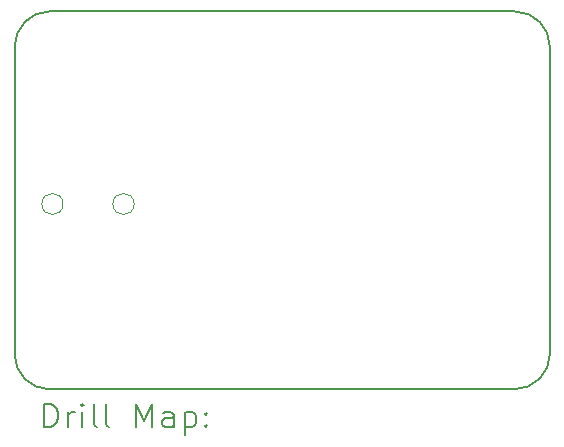
<source format=gbr>
%TF.GenerationSoftware,KiCad,Pcbnew,8.0.4*%
%TF.CreationDate,2024-08-01T22:41:18+02:00*%
%TF.ProjectId,Headless TEF Audio board,48656164-6c65-4737-9320-544546204175,1*%
%TF.SameCoordinates,Original*%
%TF.FileFunction,Drillmap*%
%TF.FilePolarity,Positive*%
%FSLAX45Y45*%
G04 Gerber Fmt 4.5, Leading zero omitted, Abs format (unit mm)*
G04 Created by KiCad (PCBNEW 8.0.4) date 2024-08-01 22:41:18*
%MOMM*%
%LPD*%
G01*
G04 APERTURE LIST*
%ADD10C,0.200000*%
%ADD11C,0.100000*%
G04 APERTURE END LIST*
D10*
X18121200Y-10977800D02*
X18121200Y-8377400D01*
X13883200Y-11277800D02*
X17820200Y-11277800D01*
X13589200Y-10977800D02*
X13589200Y-8377400D01*
X13589200Y-8377400D02*
G75*
G02*
X13889200Y-8077400I300000J0D01*
G01*
X18121200Y-10977800D02*
G75*
G02*
X17820200Y-11277800I-300500J500D01*
G01*
X13883200Y-11277800D02*
G75*
G02*
X13589201Y-10977800I1940J295960D01*
G01*
X17820200Y-8077400D02*
X13889200Y-8077400D01*
X17820200Y-8077400D02*
G75*
G02*
X18121200Y-8377400I500J-300500D01*
G01*
D11*
X13999200Y-9708500D02*
G75*
G02*
X13819200Y-9708500I-90000J0D01*
G01*
X13819200Y-9708500D02*
G75*
G02*
X13999200Y-9708500I90000J0D01*
G01*
X14600900Y-9708500D02*
G75*
G02*
X14420900Y-9708500I-90000J0D01*
G01*
X14420900Y-9708500D02*
G75*
G02*
X14600900Y-9708500I90000J0D01*
G01*
D10*
X13839950Y-11599284D02*
X13839950Y-11399284D01*
X13839950Y-11399284D02*
X13887569Y-11399284D01*
X13887569Y-11399284D02*
X13916141Y-11408808D01*
X13916141Y-11408808D02*
X13935188Y-11427856D01*
X13935188Y-11427856D02*
X13944712Y-11446903D01*
X13944712Y-11446903D02*
X13954236Y-11484998D01*
X13954236Y-11484998D02*
X13954236Y-11513570D01*
X13954236Y-11513570D02*
X13944712Y-11551665D01*
X13944712Y-11551665D02*
X13935188Y-11570713D01*
X13935188Y-11570713D02*
X13916141Y-11589760D01*
X13916141Y-11589760D02*
X13887569Y-11599284D01*
X13887569Y-11599284D02*
X13839950Y-11599284D01*
X14039950Y-11599284D02*
X14039950Y-11465951D01*
X14039950Y-11504046D02*
X14049474Y-11484998D01*
X14049474Y-11484998D02*
X14058998Y-11475475D01*
X14058998Y-11475475D02*
X14078046Y-11465951D01*
X14078046Y-11465951D02*
X14097093Y-11465951D01*
X14163760Y-11599284D02*
X14163760Y-11465951D01*
X14163760Y-11399284D02*
X14154236Y-11408808D01*
X14154236Y-11408808D02*
X14163760Y-11418332D01*
X14163760Y-11418332D02*
X14173284Y-11408808D01*
X14173284Y-11408808D02*
X14163760Y-11399284D01*
X14163760Y-11399284D02*
X14163760Y-11418332D01*
X14287569Y-11599284D02*
X14268522Y-11589760D01*
X14268522Y-11589760D02*
X14258998Y-11570713D01*
X14258998Y-11570713D02*
X14258998Y-11399284D01*
X14392331Y-11599284D02*
X14373284Y-11589760D01*
X14373284Y-11589760D02*
X14363760Y-11570713D01*
X14363760Y-11570713D02*
X14363760Y-11399284D01*
X14620903Y-11599284D02*
X14620903Y-11399284D01*
X14620903Y-11399284D02*
X14687569Y-11542141D01*
X14687569Y-11542141D02*
X14754236Y-11399284D01*
X14754236Y-11399284D02*
X14754236Y-11599284D01*
X14935188Y-11599284D02*
X14935188Y-11494522D01*
X14935188Y-11494522D02*
X14925665Y-11475475D01*
X14925665Y-11475475D02*
X14906617Y-11465951D01*
X14906617Y-11465951D02*
X14868522Y-11465951D01*
X14868522Y-11465951D02*
X14849474Y-11475475D01*
X14935188Y-11589760D02*
X14916141Y-11599284D01*
X14916141Y-11599284D02*
X14868522Y-11599284D01*
X14868522Y-11599284D02*
X14849474Y-11589760D01*
X14849474Y-11589760D02*
X14839950Y-11570713D01*
X14839950Y-11570713D02*
X14839950Y-11551665D01*
X14839950Y-11551665D02*
X14849474Y-11532617D01*
X14849474Y-11532617D02*
X14868522Y-11523094D01*
X14868522Y-11523094D02*
X14916141Y-11523094D01*
X14916141Y-11523094D02*
X14935188Y-11513570D01*
X15030427Y-11465951D02*
X15030427Y-11665951D01*
X15030427Y-11475475D02*
X15049474Y-11465951D01*
X15049474Y-11465951D02*
X15087569Y-11465951D01*
X15087569Y-11465951D02*
X15106617Y-11475475D01*
X15106617Y-11475475D02*
X15116141Y-11484998D01*
X15116141Y-11484998D02*
X15125665Y-11504046D01*
X15125665Y-11504046D02*
X15125665Y-11561189D01*
X15125665Y-11561189D02*
X15116141Y-11580236D01*
X15116141Y-11580236D02*
X15106617Y-11589760D01*
X15106617Y-11589760D02*
X15087569Y-11599284D01*
X15087569Y-11599284D02*
X15049474Y-11599284D01*
X15049474Y-11599284D02*
X15030427Y-11589760D01*
X15211379Y-11580236D02*
X15220903Y-11589760D01*
X15220903Y-11589760D02*
X15211379Y-11599284D01*
X15211379Y-11599284D02*
X15201855Y-11589760D01*
X15201855Y-11589760D02*
X15211379Y-11580236D01*
X15211379Y-11580236D02*
X15211379Y-11599284D01*
X15211379Y-11475475D02*
X15220903Y-11484998D01*
X15220903Y-11484998D02*
X15211379Y-11494522D01*
X15211379Y-11494522D02*
X15201855Y-11484998D01*
X15201855Y-11484998D02*
X15211379Y-11475475D01*
X15211379Y-11475475D02*
X15211379Y-11494522D01*
M02*

</source>
